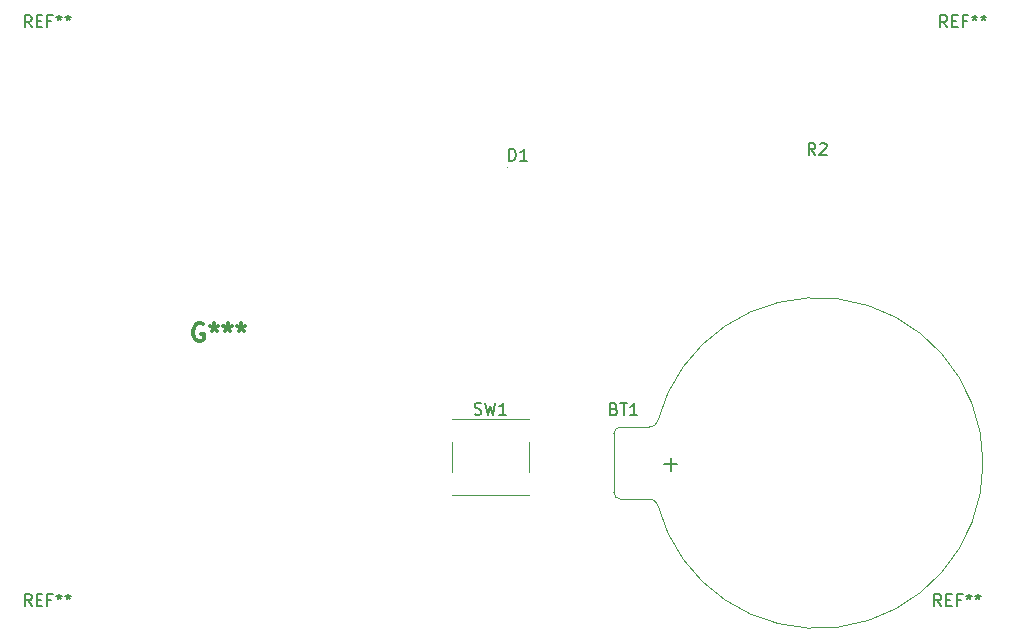
<source format=gbr>
%TF.GenerationSoftware,KiCad,Pcbnew,9.0.6*%
%TF.CreationDate,2025-12-01T20:06:07-08:00*%
%TF.ProjectId,3.4,332e342e-6b69-4636-9164-5f7063625858,rev?*%
%TF.SameCoordinates,Original*%
%TF.FileFunction,Legend,Top*%
%TF.FilePolarity,Positive*%
%FSLAX46Y46*%
G04 Gerber Fmt 4.6, Leading zero omitted, Abs format (unit mm)*
G04 Created by KiCad (PCBNEW 9.0.6) date 2025-12-01 20:06:07*
%MOMM*%
%LPD*%
G01*
G04 APERTURE LIST*
%ADD10C,0.150000*%
%ADD11C,0.300000*%
%ADD12C,0.120000*%
%ADD13C,0.100000*%
G04 APERTURE END LIST*
D10*
X59166667Y-92857200D02*
X59309524Y-92904819D01*
X59309524Y-92904819D02*
X59547619Y-92904819D01*
X59547619Y-92904819D02*
X59642857Y-92857200D01*
X59642857Y-92857200D02*
X59690476Y-92809580D01*
X59690476Y-92809580D02*
X59738095Y-92714342D01*
X59738095Y-92714342D02*
X59738095Y-92619104D01*
X59738095Y-92619104D02*
X59690476Y-92523866D01*
X59690476Y-92523866D02*
X59642857Y-92476247D01*
X59642857Y-92476247D02*
X59547619Y-92428628D01*
X59547619Y-92428628D02*
X59357143Y-92381009D01*
X59357143Y-92381009D02*
X59261905Y-92333390D01*
X59261905Y-92333390D02*
X59214286Y-92285771D01*
X59214286Y-92285771D02*
X59166667Y-92190533D01*
X59166667Y-92190533D02*
X59166667Y-92095295D01*
X59166667Y-92095295D02*
X59214286Y-92000057D01*
X59214286Y-92000057D02*
X59261905Y-91952438D01*
X59261905Y-91952438D02*
X59357143Y-91904819D01*
X59357143Y-91904819D02*
X59595238Y-91904819D01*
X59595238Y-91904819D02*
X59738095Y-91952438D01*
X60071429Y-91904819D02*
X60309524Y-92904819D01*
X60309524Y-92904819D02*
X60500000Y-92190533D01*
X60500000Y-92190533D02*
X60690476Y-92904819D01*
X60690476Y-92904819D02*
X60928572Y-91904819D01*
X61833333Y-92904819D02*
X61261905Y-92904819D01*
X61547619Y-92904819D02*
X61547619Y-91904819D01*
X61547619Y-91904819D02*
X61452381Y-92047676D01*
X61452381Y-92047676D02*
X61357143Y-92142914D01*
X61357143Y-92142914D02*
X61261905Y-92190533D01*
X70974285Y-92431009D02*
X71117142Y-92478628D01*
X71117142Y-92478628D02*
X71164761Y-92526247D01*
X71164761Y-92526247D02*
X71212380Y-92621485D01*
X71212380Y-92621485D02*
X71212380Y-92764342D01*
X71212380Y-92764342D02*
X71164761Y-92859580D01*
X71164761Y-92859580D02*
X71117142Y-92907200D01*
X71117142Y-92907200D02*
X71021904Y-92954819D01*
X71021904Y-92954819D02*
X70640952Y-92954819D01*
X70640952Y-92954819D02*
X70640952Y-91954819D01*
X70640952Y-91954819D02*
X70974285Y-91954819D01*
X70974285Y-91954819D02*
X71069523Y-92002438D01*
X71069523Y-92002438D02*
X71117142Y-92050057D01*
X71117142Y-92050057D02*
X71164761Y-92145295D01*
X71164761Y-92145295D02*
X71164761Y-92240533D01*
X71164761Y-92240533D02*
X71117142Y-92335771D01*
X71117142Y-92335771D02*
X71069523Y-92383390D01*
X71069523Y-92383390D02*
X70974285Y-92431009D01*
X70974285Y-92431009D02*
X70640952Y-92431009D01*
X71498095Y-91954819D02*
X72069523Y-91954819D01*
X71783809Y-92954819D02*
X71783809Y-91954819D01*
X72926666Y-92954819D02*
X72355238Y-92954819D01*
X72640952Y-92954819D02*
X72640952Y-91954819D01*
X72640952Y-91954819D02*
X72545714Y-92097676D01*
X72545714Y-92097676D02*
X72450476Y-92192914D01*
X72450476Y-92192914D02*
X72355238Y-92240533D01*
X75188571Y-97114700D02*
X76331429Y-97114700D01*
X75760000Y-97686128D02*
X75760000Y-96543271D01*
X98666666Y-109104819D02*
X98333333Y-108628628D01*
X98095238Y-109104819D02*
X98095238Y-108104819D01*
X98095238Y-108104819D02*
X98476190Y-108104819D01*
X98476190Y-108104819D02*
X98571428Y-108152438D01*
X98571428Y-108152438D02*
X98619047Y-108200057D01*
X98619047Y-108200057D02*
X98666666Y-108295295D01*
X98666666Y-108295295D02*
X98666666Y-108438152D01*
X98666666Y-108438152D02*
X98619047Y-108533390D01*
X98619047Y-108533390D02*
X98571428Y-108581009D01*
X98571428Y-108581009D02*
X98476190Y-108628628D01*
X98476190Y-108628628D02*
X98095238Y-108628628D01*
X99095238Y-108581009D02*
X99428571Y-108581009D01*
X99571428Y-109104819D02*
X99095238Y-109104819D01*
X99095238Y-109104819D02*
X99095238Y-108104819D01*
X99095238Y-108104819D02*
X99571428Y-108104819D01*
X100333333Y-108581009D02*
X100000000Y-108581009D01*
X100000000Y-109104819D02*
X100000000Y-108104819D01*
X100000000Y-108104819D02*
X100476190Y-108104819D01*
X101000000Y-108104819D02*
X101000000Y-108342914D01*
X100761905Y-108247676D02*
X101000000Y-108342914D01*
X101000000Y-108342914D02*
X101238095Y-108247676D01*
X100857143Y-108533390D02*
X101000000Y-108342914D01*
X101000000Y-108342914D02*
X101142857Y-108533390D01*
X101761905Y-108104819D02*
X101761905Y-108342914D01*
X101523810Y-108247676D02*
X101761905Y-108342914D01*
X101761905Y-108342914D02*
X102000000Y-108247676D01*
X101619048Y-108533390D02*
X101761905Y-108342914D01*
X101761905Y-108342914D02*
X101904762Y-108533390D01*
X99166666Y-60104819D02*
X98833333Y-59628628D01*
X98595238Y-60104819D02*
X98595238Y-59104819D01*
X98595238Y-59104819D02*
X98976190Y-59104819D01*
X98976190Y-59104819D02*
X99071428Y-59152438D01*
X99071428Y-59152438D02*
X99119047Y-59200057D01*
X99119047Y-59200057D02*
X99166666Y-59295295D01*
X99166666Y-59295295D02*
X99166666Y-59438152D01*
X99166666Y-59438152D02*
X99119047Y-59533390D01*
X99119047Y-59533390D02*
X99071428Y-59581009D01*
X99071428Y-59581009D02*
X98976190Y-59628628D01*
X98976190Y-59628628D02*
X98595238Y-59628628D01*
X99595238Y-59581009D02*
X99928571Y-59581009D01*
X100071428Y-60104819D02*
X99595238Y-60104819D01*
X99595238Y-60104819D02*
X99595238Y-59104819D01*
X99595238Y-59104819D02*
X100071428Y-59104819D01*
X100833333Y-59581009D02*
X100500000Y-59581009D01*
X100500000Y-60104819D02*
X100500000Y-59104819D01*
X100500000Y-59104819D02*
X100976190Y-59104819D01*
X101500000Y-59104819D02*
X101500000Y-59342914D01*
X101261905Y-59247676D02*
X101500000Y-59342914D01*
X101500000Y-59342914D02*
X101738095Y-59247676D01*
X101357143Y-59533390D02*
X101500000Y-59342914D01*
X101500000Y-59342914D02*
X101642857Y-59533390D01*
X102261905Y-59104819D02*
X102261905Y-59342914D01*
X102023810Y-59247676D02*
X102261905Y-59342914D01*
X102261905Y-59342914D02*
X102500000Y-59247676D01*
X102119048Y-59533390D02*
X102261905Y-59342914D01*
X102261905Y-59342914D02*
X102404762Y-59533390D01*
X21666666Y-60104819D02*
X21333333Y-59628628D01*
X21095238Y-60104819D02*
X21095238Y-59104819D01*
X21095238Y-59104819D02*
X21476190Y-59104819D01*
X21476190Y-59104819D02*
X21571428Y-59152438D01*
X21571428Y-59152438D02*
X21619047Y-59200057D01*
X21619047Y-59200057D02*
X21666666Y-59295295D01*
X21666666Y-59295295D02*
X21666666Y-59438152D01*
X21666666Y-59438152D02*
X21619047Y-59533390D01*
X21619047Y-59533390D02*
X21571428Y-59581009D01*
X21571428Y-59581009D02*
X21476190Y-59628628D01*
X21476190Y-59628628D02*
X21095238Y-59628628D01*
X22095238Y-59581009D02*
X22428571Y-59581009D01*
X22571428Y-60104819D02*
X22095238Y-60104819D01*
X22095238Y-60104819D02*
X22095238Y-59104819D01*
X22095238Y-59104819D02*
X22571428Y-59104819D01*
X23333333Y-59581009D02*
X23000000Y-59581009D01*
X23000000Y-60104819D02*
X23000000Y-59104819D01*
X23000000Y-59104819D02*
X23476190Y-59104819D01*
X24000000Y-59104819D02*
X24000000Y-59342914D01*
X23761905Y-59247676D02*
X24000000Y-59342914D01*
X24000000Y-59342914D02*
X24238095Y-59247676D01*
X23857143Y-59533390D02*
X24000000Y-59342914D01*
X24000000Y-59342914D02*
X24142857Y-59533390D01*
X24761905Y-59104819D02*
X24761905Y-59342914D01*
X24523810Y-59247676D02*
X24761905Y-59342914D01*
X24761905Y-59342914D02*
X25000000Y-59247676D01*
X24619048Y-59533390D02*
X24761905Y-59342914D01*
X24761905Y-59342914D02*
X24904762Y-59533390D01*
D11*
X36178572Y-85249757D02*
X36035715Y-85178328D01*
X36035715Y-85178328D02*
X35821429Y-85178328D01*
X35821429Y-85178328D02*
X35607143Y-85249757D01*
X35607143Y-85249757D02*
X35464286Y-85392614D01*
X35464286Y-85392614D02*
X35392857Y-85535471D01*
X35392857Y-85535471D02*
X35321429Y-85821185D01*
X35321429Y-85821185D02*
X35321429Y-86035471D01*
X35321429Y-86035471D02*
X35392857Y-86321185D01*
X35392857Y-86321185D02*
X35464286Y-86464042D01*
X35464286Y-86464042D02*
X35607143Y-86606900D01*
X35607143Y-86606900D02*
X35821429Y-86678328D01*
X35821429Y-86678328D02*
X35964286Y-86678328D01*
X35964286Y-86678328D02*
X36178572Y-86606900D01*
X36178572Y-86606900D02*
X36250000Y-86535471D01*
X36250000Y-86535471D02*
X36250000Y-86035471D01*
X36250000Y-86035471D02*
X35964286Y-86035471D01*
X37107143Y-85178328D02*
X37107143Y-85535471D01*
X36750000Y-85392614D02*
X37107143Y-85535471D01*
X37107143Y-85535471D02*
X37464286Y-85392614D01*
X36892857Y-85821185D02*
X37107143Y-85535471D01*
X37107143Y-85535471D02*
X37321429Y-85821185D01*
X38250000Y-85178328D02*
X38250000Y-85535471D01*
X37892857Y-85392614D02*
X38250000Y-85535471D01*
X38250000Y-85535471D02*
X38607143Y-85392614D01*
X38035714Y-85821185D02*
X38250000Y-85535471D01*
X38250000Y-85535471D02*
X38464286Y-85821185D01*
X39392857Y-85178328D02*
X39392857Y-85535471D01*
X39035714Y-85392614D02*
X39392857Y-85535471D01*
X39392857Y-85535471D02*
X39750000Y-85392614D01*
X39178571Y-85821185D02*
X39392857Y-85535471D01*
X39392857Y-85535471D02*
X39607143Y-85821185D01*
D10*
X21666666Y-109104819D02*
X21333333Y-108628628D01*
X21095238Y-109104819D02*
X21095238Y-108104819D01*
X21095238Y-108104819D02*
X21476190Y-108104819D01*
X21476190Y-108104819D02*
X21571428Y-108152438D01*
X21571428Y-108152438D02*
X21619047Y-108200057D01*
X21619047Y-108200057D02*
X21666666Y-108295295D01*
X21666666Y-108295295D02*
X21666666Y-108438152D01*
X21666666Y-108438152D02*
X21619047Y-108533390D01*
X21619047Y-108533390D02*
X21571428Y-108581009D01*
X21571428Y-108581009D02*
X21476190Y-108628628D01*
X21476190Y-108628628D02*
X21095238Y-108628628D01*
X22095238Y-108581009D02*
X22428571Y-108581009D01*
X22571428Y-109104819D02*
X22095238Y-109104819D01*
X22095238Y-109104819D02*
X22095238Y-108104819D01*
X22095238Y-108104819D02*
X22571428Y-108104819D01*
X23333333Y-108581009D02*
X23000000Y-108581009D01*
X23000000Y-109104819D02*
X23000000Y-108104819D01*
X23000000Y-108104819D02*
X23476190Y-108104819D01*
X24000000Y-108104819D02*
X24000000Y-108342914D01*
X23761905Y-108247676D02*
X24000000Y-108342914D01*
X24000000Y-108342914D02*
X24238095Y-108247676D01*
X23857143Y-108533390D02*
X24000000Y-108342914D01*
X24000000Y-108342914D02*
X24142857Y-108533390D01*
X24761905Y-108104819D02*
X24761905Y-108342914D01*
X24523810Y-108247676D02*
X24761905Y-108342914D01*
X24761905Y-108342914D02*
X25000000Y-108247676D01*
X24619048Y-108533390D02*
X24761905Y-108342914D01*
X24761905Y-108342914D02*
X24904762Y-108533390D01*
X88013333Y-70904819D02*
X87680000Y-70428628D01*
X87441905Y-70904819D02*
X87441905Y-69904819D01*
X87441905Y-69904819D02*
X87822857Y-69904819D01*
X87822857Y-69904819D02*
X87918095Y-69952438D01*
X87918095Y-69952438D02*
X87965714Y-70000057D01*
X87965714Y-70000057D02*
X88013333Y-70095295D01*
X88013333Y-70095295D02*
X88013333Y-70238152D01*
X88013333Y-70238152D02*
X87965714Y-70333390D01*
X87965714Y-70333390D02*
X87918095Y-70381009D01*
X87918095Y-70381009D02*
X87822857Y-70428628D01*
X87822857Y-70428628D02*
X87441905Y-70428628D01*
X88394286Y-70000057D02*
X88441905Y-69952438D01*
X88441905Y-69952438D02*
X88537143Y-69904819D01*
X88537143Y-69904819D02*
X88775238Y-69904819D01*
X88775238Y-69904819D02*
X88870476Y-69952438D01*
X88870476Y-69952438D02*
X88918095Y-70000057D01*
X88918095Y-70000057D02*
X88965714Y-70095295D01*
X88965714Y-70095295D02*
X88965714Y-70190533D01*
X88965714Y-70190533D02*
X88918095Y-70333390D01*
X88918095Y-70333390D02*
X88346667Y-70904819D01*
X88346667Y-70904819D02*
X88965714Y-70904819D01*
X62081905Y-71404819D02*
X62081905Y-70404819D01*
X62081905Y-70404819D02*
X62320000Y-70404819D01*
X62320000Y-70404819D02*
X62462857Y-70452438D01*
X62462857Y-70452438D02*
X62558095Y-70547676D01*
X62558095Y-70547676D02*
X62605714Y-70642914D01*
X62605714Y-70642914D02*
X62653333Y-70833390D01*
X62653333Y-70833390D02*
X62653333Y-70976247D01*
X62653333Y-70976247D02*
X62605714Y-71166723D01*
X62605714Y-71166723D02*
X62558095Y-71261961D01*
X62558095Y-71261961D02*
X62462857Y-71357200D01*
X62462857Y-71357200D02*
X62320000Y-71404819D01*
X62320000Y-71404819D02*
X62081905Y-71404819D01*
X63605714Y-71404819D02*
X63034286Y-71404819D01*
X63320000Y-71404819D02*
X63320000Y-70404819D01*
X63320000Y-70404819D02*
X63224762Y-70547676D01*
X63224762Y-70547676D02*
X63129524Y-70642914D01*
X63129524Y-70642914D02*
X63034286Y-70690533D01*
D12*
%TO.C,SW1*%
X57270000Y-93270000D02*
X63730000Y-93270000D01*
X57270000Y-93300000D02*
X57270000Y-93270000D01*
X57270000Y-95200000D02*
X57270000Y-97800000D01*
X57270000Y-99730000D02*
X57270000Y-99700000D01*
X57270000Y-99730000D02*
X63730000Y-99730000D01*
X63730000Y-93270000D02*
X63730000Y-93300000D01*
X63730000Y-95200000D02*
X63730000Y-97800000D01*
X63730000Y-99730000D02*
X63730000Y-99700000D01*
%TO.C,BT1*%
X70960000Y-94500000D02*
X70960000Y-99500000D01*
X71510000Y-100050000D02*
X73960000Y-100050000D01*
X73960000Y-93950000D02*
X71510000Y-93950000D01*
X70960000Y-94500000D02*
G75*
G02*
X71510000Y-93950000I549999J1D01*
G01*
X71510000Y-100050000D02*
G75*
G02*
X70960000Y-99500000I-1J549999D01*
G01*
X73960000Y-100050000D02*
G75*
G02*
X74660002Y-100519999I0J-756280D01*
G01*
X74660000Y-93480000D02*
G75*
G02*
X73960000Y-93949998I-700000J286280D01*
G01*
X74660000Y-93480000D02*
G75*
G02*
X102210000Y-97000000I13550125J-3520031D01*
G01*
X102210000Y-97000000D02*
G75*
G02*
X74660000Y-100520000I-13999875J30D01*
G01*
D13*
%TO.C,D1*%
X62010000Y-72000000D02*
G75*
G02*
X61910000Y-72000000I-50000J0D01*
G01*
X61910000Y-72000000D02*
G75*
G02*
X62010000Y-72000000I50000J0D01*
G01*
%TD*%
M02*

</source>
